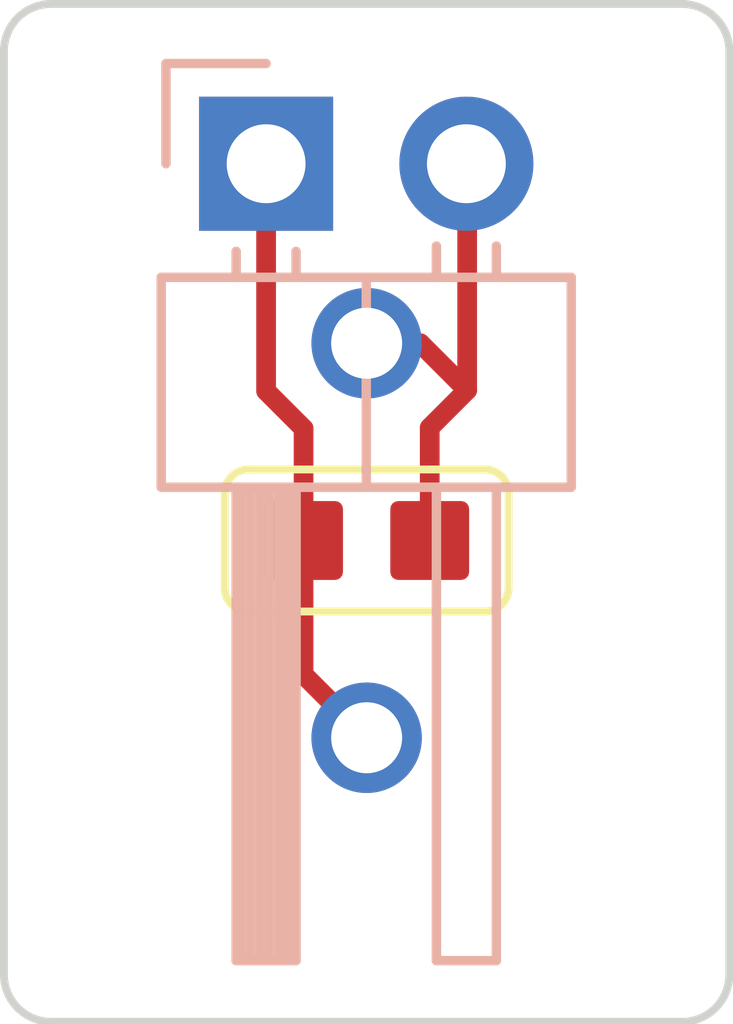
<source format=kicad_pcb>
(kicad_pcb (version 20221018) (generator pcbnew)
  (layers (0 "F.Cu" signal) (31 "B.Cu" signal) (34 "B.Paste" user) (35 "F.Paste" user) (36 "B.SilkS" user "B.Silkscreen") (37 "F.SilkS" user "F.Silkscreen") (38 "B.Mask" user) (39 "F.Mask" user) (44 "Edge.Cuts" user))
  (net 0 "")
  (net 1 "/LG")
  (net 2 "+3V3")
  (footprint "2024l1:ALS-PT19" (layer "F.Cu") (at 148.505 105.4 180)
    (fp_text reference "R1" hide)
    (fp_text value "R_Photo")
    (fp_line (start -1.8 0.6) (end -1.8 -0.6) (stroke (width 0.1)) (layer "F.SilkS"))
    (fp_line (start -1.5 -0.9) (end 1.5 -0.9) (stroke (width 0.1)) (layer "F.SilkS"))
    (fp_line (start -1.5 0.9) (end 1.5 0.9) (stroke (width 0.1)) (layer "F.SilkS"))
    (fp_line (start 1.8 -0.6) (end 1.8 0.6) (stroke (width 0.1)) (layer "F.SilkS"))
    (fp_arc (start -1.8 -0.6) (mid -1.712132 -0.812132) (end -1.5 -0.9) (stroke (width 0.1)) (layer "F.SilkS"))
    (fp_arc (start -1.5 0.9) (mid -1.712132 0.812132) (end -1.8 0.6) (stroke (width 0.1)) (layer "F.SilkS"))
    (fp_arc (start 1.5 -0.9) (mid 1.712132 -0.812132) (end 1.8 -0.6) (stroke (width 0.1)) (layer "F.SilkS"))
    (fp_arc (start 1.8 0.6) (mid 1.712132 0.812132) (end 1.5 0.9) (stroke (width 0.1)) (layer "F.SilkS"))
    (pad "1" smd roundrect (at -0.8 0 180) (size 1 1) (layers "F.Cu" "F.Mask") (roundrect_rratio 0.1) (net 2 "+3V3"))
    (pad "2" smd roundrect (at 0.8 0 180) (size 1 1) (layers "F.Cu" "F.Mask") (roundrect_rratio 0.1) (net 1 "/LG"))
  )
  (footprint "2024l1:Through Hole LDR" (layer "F.Cu") (at 148.505 105.4 90)
    (fp_text reference "R2" hide)
    (fp_text value "R_Photo")
    (pad "1" thru_hole circle (at 2.5 0 90) (size 1.4 1.4) (drill 0.9) (layers "*.Cu" "*.Mask") (net 2 "+3V3"))
    (pad "2" thru_hole circle (at -2.5 0 90) (size 1.4 1.4) (drill 0.9) (layers "*.Cu" "*.Mask") (net 1 "/LG"))
  )
  (footprint "Connector_PinHeader_2.54mm:PinHeader_1x02_P2.54mm_Horizontal" (layer "B.Cu") (at 147.23 100.625 -90)
    (fp_text reference "J1" hide)
    (fp_text value "Conn_01x02")
    (fp_line (start -1.27 0) (end -1.27 1.27) (stroke (width 0.12)) (layer "B.SilkS"))
    (fp_line (start -1.27 1.27) (end 0 1.27) (stroke (width 0.12)) (layer "B.SilkS"))
    (fp_line (start 1.042929 -2.92) (end 1.44 -2.92) (stroke (width 0.12)) (layer "B.SilkS"))
    (fp_line (start 1.042929 -2.16) (end 1.44 -2.16) (stroke (width 0.12)) (layer "B.SilkS"))
    (fp_line (start 1.11 -0.38) (end 1.44 -0.38) (stroke (width 0.12)) (layer "B.SilkS"))
    (fp_line (start 1.11 0.38) (end 1.44 0.38) (stroke (width 0.12)) (layer "B.SilkS"))
    (fp_line (start 1.44 -3.87) (end 4.1 -3.87) (stroke (width 0.12)) (layer "B.SilkS"))
    (fp_line (start 1.44 -1.27) (end 4.1 -1.27) (stroke (width 0.12)) (layer "B.SilkS"))
    (fp_line (start 1.44 1.33) (end 1.44 -3.87) (stroke (width 0.12)) (layer "B.SilkS"))
    (fp_line (start 4.1 -3.87) (end 4.1 1.33) (stroke (width 0.12)) (layer "B.SilkS"))
    (fp_line (start 4.1 -2.16) (end 10.1 -2.16) (stroke (width 0.12)) (layer "B.SilkS"))
    (fp_line (start 4.1 -0.28) (end 10.1 -0.28) (stroke (width 0.12)) (layer "B.SilkS"))
    (fp_line (start 4.1 -0.16) (end 10.1 -0.16) (stroke (width 0.12)) (layer "B.SilkS"))
    (fp_line (start 4.1 -0.04) (end 10.1 -0.04) (stroke (width 0.12)) (layer "B.SilkS"))
    (fp_line (start 4.1 0.08) (end 10.1 0.08) (stroke (width 0.12)) (layer "B.SilkS"))
    (fp_line (start 4.1 0.2) (end 10.1 0.2) (stroke (width 0.12)) (layer "B.SilkS"))
    (fp_line (start 4.1 0.32) (end 10.1 0.32) (stroke (width 0.12)) (layer "B.SilkS"))
    (fp_line (start 4.1 0.38) (end 10.1 0.38) (stroke (width 0.12)) (layer "B.SilkS"))
    (fp_line (start 4.1 1.33) (end 1.44 1.33) (stroke (width 0.12)) (layer "B.SilkS"))
    (fp_line (start 10.1 -2.92) (end 4.1 -2.92) (stroke (width 0.12)) (layer "B.SilkS"))
    (fp_line (start 10.1 -2.16) (end 10.1 -2.92) (stroke (width 0.12)) (layer "B.SilkS"))
    (fp_line (start 10.1 -0.38) (end 4.1 -0.38) (stroke (width 0.12)) (layer "B.SilkS"))
    (fp_line (start 10.1 0.38) (end 10.1 -0.38) (stroke (width 0.12)) (layer "B.SilkS"))
    (pad "1" thru_hole rect (at 0 0 270) (size 1.7 1.7) (drill 1) (layers "*.Cu" "*.Mask") (net 1 "/LG"))
    (pad "2" thru_hole oval (at 0 -2.54 270) (size 1.7 1.7) (drill 1) (layers "*.Cu" "*.Mask") (net 2 "+3V3"))
  )
  (gr_line (start 144.505 111.5) (end 152.505 111.5) (stroke (width 0.1)) (layer "Edge.Cuts"))
  (gr_line (start 143.905 99.2) (end 143.905 110.9) (stroke (width 0.1)) (layer "Edge.Cuts"))
  (gr_arc (start 152.505 98.6) (mid 152.929264 98.775736) (end 153.105 99.2) (stroke (width 0.1)) (layer "Edge.Cuts"))
  (gr_line (start 144.505 98.6) (end 152.505 98.6) (stroke (width 0.1)) (layer "Edge.Cuts"))
  (gr_arc (start 153.105 110.9) (mid 152.929264 111.324264) (end 152.505 111.5) (stroke (width 0.1)) (layer "Edge.Cuts"))
  (gr_arc (start 144.505 111.5) (mid 144.080736 111.324264) (end 143.905 110.9) (stroke (width 0.1)) (layer "Edge.Cuts"))
  (gr_line (start 153.105 99.2) (end 153.105 110.9) (stroke (width 0.1)) (layer "Edge.Cuts"))
  (gr_arc (start 143.905 99.2) (mid 144.080736 98.775736) (end 144.505 98.6) (stroke (width 0.1)) (layer "Edge.Cuts"))
  (segment (start 147.705 103.98) (end 147.23 103.505) (width 0.25) (layer "F.Cu") (net 1))
  (segment (start 147.705 105.4) (end 147.705 103.98) (width 0.25) (layer "F.Cu") (net 1))
  (segment (start 147.705 105.4) (end 147.705 107.1) (width 0.25) (layer "F.Cu") (net 1))
  (segment (start 147.705 107.1) (end 148.505 107.9) (width 0.25) (layer "F.Cu") (net 1))
  (segment (start 147.23 103.505) (end 147.23 100.625) (width 0.25) (layer "F.Cu") (net 1))
  (segment (start 149.78 103.495) (end 149.78 100.615) (width 0.25) (layer "F.Cu") (net 2))
  (segment (start 149.185 102.9) (end 149.78 103.495) (width 0.25) (layer "F.Cu") (net 2))
  (segment (start 149.305 103.97) (end 149.78 103.495) (width 0.25) (layer "F.Cu") (net 2))
  (segment (start 148.505 102.9) (end 149.185 102.9) (width 0.25) (layer "F.Cu") (net 2))
  (segment (start 149.305 105.39) (end 149.305 103.97) (width 0.25) (layer "F.Cu") (net 2))
)
</source>
